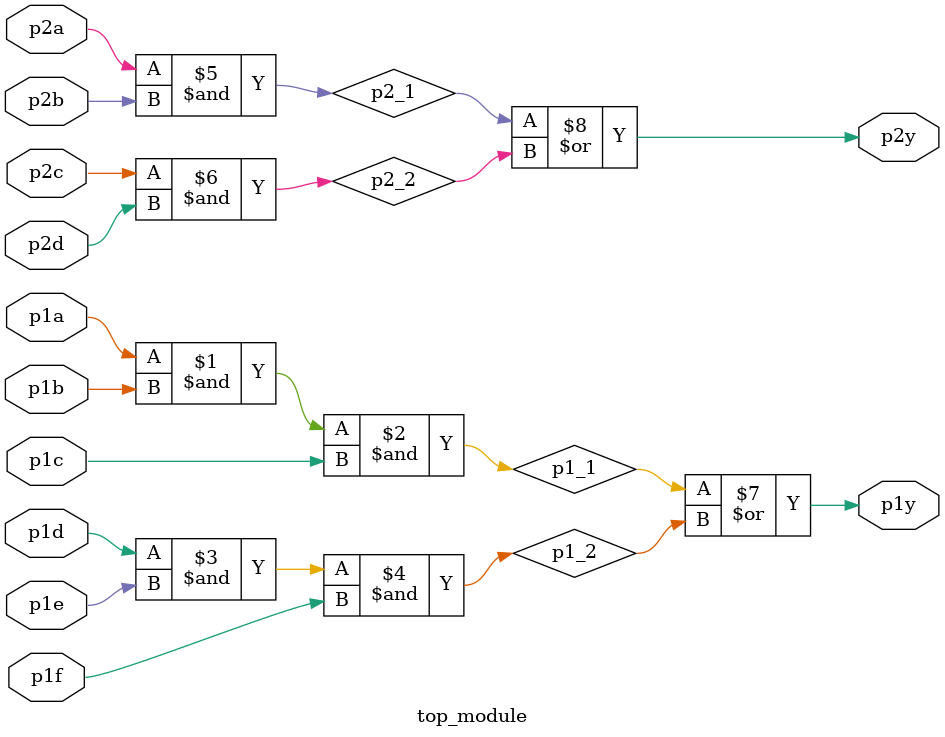
<source format=sv>
module top_module(
    input p1a, 
    input p1b, 
    input p1c, 
    input p1d,
    input p1e,
    input p1f,
    output p1y, 
    input p2a, 
    input p2b, 
    input p2c, 
    input p2d, 
    output p2y
);

    wire p1_1, p1_2, p2_1, p2_2;
    
    assign p1_1 = p1a & p1b & p1c;
    assign p1_2 = p1d & p1e & p1f;
    assign p2_1 = p2a & p2b;
    assign p2_2 = p2c & p2d;
    
    assign p1y = p1_1 | p1_2;
    assign p2y = p2_1 | p2_2;

endmodule

</source>
